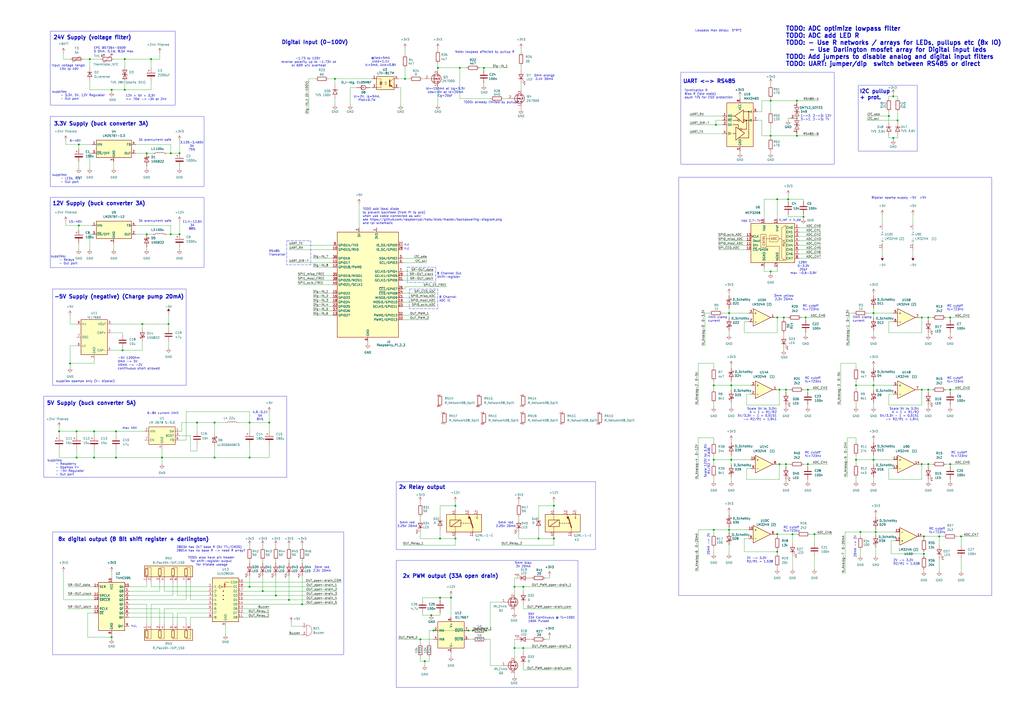
<source format=kicad_sch>
(kicad_sch
	(version 20231120)
	(generator "eeschema")
	(generator_version "8.0")
	(uuid "af4d11a6-73e1-4c39-a25e-5fe7dfa07237")
	(paper "A2")
	
	(junction
		(at 44.45 265.43)
		(diameter 0)
		(color 0 0 0 0)
		(uuid "04e54955-95ed-4070-adbb-7cee1b2c7a8b")
	)
	(junction
		(at 515.62 67.31)
		(diameter 0)
		(color 0 0 0 0)
		(uuid "07823899-5798-4592-8eff-8b1fe5858f30")
	)
	(junction
		(at 250.19 356.87)
		(diameter 0)
		(color 0 0 0 0)
		(uuid "0c7b1ae2-c684-4906-92c2-8dfa0b9613b9")
	)
	(junction
		(at 454.66 184.15)
		(diameter 0)
		(color 0 0 0 0)
		(uuid "0fefb793-9883-40a2-bd83-f35b47e8dbdb")
	)
	(junction
		(at 67.31 250.19)
		(diameter 0)
		(color 0 0 0 0)
		(uuid "105d8991-ac05-4276-b194-5060bc474cf0")
	)
	(junction
		(at 422.91 307.34)
		(diameter 0)
		(color 0 0 0 0)
		(uuid "11161079-c1a9-4ebe-8de9-fa873f6e9640")
	)
	(junction
		(at 152.4 342.9)
		(diameter 0)
		(color 0 0 0 0)
		(uuid "11903fdd-3575-4409-96d6-35550cd46cfd")
	)
	(junction
		(at 40.64 210.82)
		(diameter 0)
		(color 0 0 0 0)
		(uuid "16107448-b037-4021-a9bb-1fb19d6f36c7")
	)
	(junction
		(at 462.28 58.42)
		(diameter 0)
		(color 0 0 0 0)
		(uuid "1827b75e-5515-4844-a399-117e6918fd73")
	)
	(junction
		(at 160.02 345.44)
		(diameter 0)
		(color 0 0 0 0)
		(uuid "1ab2b0ca-ba04-4500-a455-f6bec6b9245f")
	)
	(junction
		(at 518.16 80.01)
		(diameter 0)
		(color 0 0 0 0)
		(uuid "1c476741-4a7f-44e7-a84a-5b0fc50d1df8")
	)
	(junction
		(at 72.39 52.07)
		(diameter 0)
		(color 0 0 0 0)
		(uuid "1ca1e8b3-a925-433d-8b97-4bcdb1b98a40")
	)
	(junction
		(at 455.93 226.06)
		(diameter 0)
		(color 0 0 0 0)
		(uuid "209182a8-b4b9-40cd-b5b2-bd90b860e927")
	)
	(junction
		(at 264.16 293.37)
		(diameter 0)
		(color 0 0 0 0)
		(uuid "213f96fc-26d9-4cf1-83bd-f4336ef00b81")
	)
	(junction
		(at 312.42 312.42)
		(diameter 0)
		(color 0 0 0 0)
		(uuid "236f3f4e-76e9-4351-baf1-7665cdb427aa")
	)
	(junction
		(at 124.46 245.11)
		(diameter 0)
		(color 0 0 0 0)
		(uuid "28045595-b22a-4b06-9953-9f52298bbfc3")
	)
	(junction
		(at 424.18 266.7)
		(diameter 0)
		(color 0 0 0 0)
		(uuid "28934ae1-6d54-433a-8602-d8951919fe72")
	)
	(junction
		(at 298.45 340.36)
		(diameter 0)
		(color 0 0 0 0)
		(uuid "2a544a35-89e9-4403-a76e-deca404b0df4")
	)
	(junction
		(at 447.04 58.42)
		(diameter 0)
		(color 0 0 0 0)
		(uuid "2d47b40e-d23f-458b-8bda-f40f4a63d16c")
	)
	(junction
		(at 414.02 266.7)
		(diameter 0)
		(color 0 0 0 0)
		(uuid "2f3e2706-66a2-4ddc-84d7-d0f87e408bee")
	)
	(junction
		(at 447.04 157.48)
		(diameter 0)
		(color 0 0 0 0)
		(uuid "305b0609-1ce9-4297-b1f0-74fc85171eee")
	)
	(junction
		(at 52.07 34.29)
		(diameter 0)
		(color 0 0 0 0)
		(uuid "323916cf-5786-4346-bdcd-89c81cb32737")
	)
	(junction
		(at 44.45 250.19)
		(diameter 0)
		(color 0 0 0 0)
		(uuid "383ef42e-22d7-43b3-89d3-2af42737728c")
	)
	(junction
		(at 534.67 226.06)
		(diameter 0)
		(color 0 0 0 0)
		(uuid "3ae78f7f-94a6-4485-a6b5-d7ce73e1abef")
	)
	(junction
		(at 64.77 369.57)
		(diameter 0)
		(color 0 0 0 0)
		(uuid "3c754c5e-b249-46c4-9d05-9f550316aca5")
	)
	(junction
		(at 251.46 365.76)
		(diameter 0)
		(color 0 0 0 0)
		(uuid "3cb97957-2818-4161-b970-c7538e259f8a")
	)
	(junction
		(at 414.02 307.34)
		(diameter 0)
		(color 0 0 0 0)
		(uuid "3e62f561-0d72-4e6a-934a-49655edcba7a")
	)
	(junction
		(at 234.95 45.72)
		(diameter 0)
		(color 0 0 0 0)
		(uuid "3f66f8e5-7a42-480c-a82f-f0cfe427845d")
	)
	(junction
		(at 54.61 250.19)
		(diameter 0)
		(color 0 0 0 0)
		(uuid "422bc740-9691-4697-b466-286d91cb40aa")
	)
	(junction
		(at 457.2 115.57)
		(diameter 0)
		(color 0 0 0 0)
		(uuid "42f8f2a2-d4f1-4f85-a7f3-af76fd15f334")
	)
	(junction
		(at 82.55 187.96)
		(diameter 0)
		(color 0 0 0 0)
		(uuid "49b65474-3c4a-461b-8a68-40a6b20540ce")
	)
	(junction
		(at 534.67 184.15)
		(diameter 0)
		(color 0 0 0 0)
		(uuid "4c28afa4-cb18-4457-bfd3-5c53dabd8baa")
	)
	(junction
		(at 535.94 311.15)
		(diameter 0)
		(color 0 0 0 0)
		(uuid "51a2075d-152f-4706-892e-e33346bc5c7c")
	)
	(junction
		(at 468.63 269.24)
		(diameter 0)
		(color 0 0 0 0)
		(uuid "5350fbf4-d95b-437a-9686-20f0bf58d3a4")
	)
	(junction
		(at 520.7 69.85)
		(diameter 0)
		(color 0 0 0 0)
		(uuid "53d66afe-70cb-456e-9b1b-03e37a30427c")
	)
	(junction
		(at 534.67 269.24)
		(diameter 0)
		(color 0 0 0 0)
		(uuid "5453c15f-3da7-498f-b4d4-eefd4a32800e")
	)
	(junction
		(at 67.31 265.43)
		(diameter 0)
		(color 0 0 0 0)
		(uuid "548e2dfb-04f2-4d21-ab49-d803782e4bea")
	)
	(junction
		(at 274.32 365.76)
		(diameter 0)
		(color 0 0 0 0)
		(uuid "55c59674-9297-4294-9a4a-f4e2841decac")
	)
	(junction
		(at 175.26 350.52)
		(diameter 0)
		(color 0 0 0 0)
		(uuid "5728ee18-fcb1-40dc-a17f-8fbad76f4f48")
	)
	(junction
		(at 496.57 223.52)
		(diameter 0)
		(color 0 0 0 0)
		(uuid "57a339c8-b411-45ff-a169-a3416d23d890")
	)
	(junction
		(at 321.31 312.42)
		(diameter 0)
		(color 0 0 0 0)
		(uuid "58641e9a-dfea-4a17-a599-d3f20704b922")
	)
	(junction
		(at 104.14 135.89)
		(diameter 0)
		(color 0 0 0 0)
		(uuid "5b0eb3d4-c4be-4d9b-9e7b-ef02c7a05fa6")
	)
	(junction
		(at 551.18 226.06)
		(diameter 0)
		(color 0 0 0 0)
		(uuid "5fd46808-879e-44b8-af18-96d3e87ab16f")
	)
	(junction
		(at 104.14 88.9)
		(diameter 0)
		(color 0 0 0 0)
		(uuid "6030d6cb-547f-4627-bb7a-29b5d50e2d7c")
	)
	(junction
		(at 518.16 55.88)
		(diameter 0)
		(color 0 0 0 0)
		(uuid "60649139-4bdd-472e-9af5-360b27505cfe")
	)
	(junction
		(at 45.72 83.82)
		(diameter 0)
		(color 0 0 0 0)
		(uuid "61300700-7a6f-4cf0-89e3-de24251aaf76")
	)
	(junction
		(at 499.11 308.61)
		(diameter 0)
		(color 0 0 0 0)
		(uuid "628c5c50-25e2-4f91-8c48-b88818b7ae22")
	)
	(junction
		(at 506.73 223.52)
		(diameter 0)
		(color 0 0 0 0)
		(uuid "681b0c0c-503e-42b4-b413-9d8b61948eb7")
	)
	(junction
		(at 261.62 346.71)
		(diameter 0)
		(color 0 0 0 0)
		(uuid "6f8dae14-e5bb-4ed3-8136-992dd6b276bb")
	)
	(junction
		(at 450.85 115.57)
		(diameter 0)
		(color 0 0 0 0)
		(uuid "71c80c36-cea0-487c-bcb3-ac90e6cf6909")
	)
	(junction
		(at 99.06 135.89)
		(diameter 0)
		(color 0 0 0 0)
		(uuid "72aa6fa5-05f9-4fb4-9b06-f61f0b76719e")
	)
	(junction
		(at 496.57 266.7)
		(diameter 0)
		(color 0 0 0 0)
		(uuid "72cd6455-fb65-4b52-8421-80100f0ddc8f")
	)
	(junction
		(at 156.21 245.11)
		(diameter 0)
		(color 0 0 0 0)
		(uuid "75c001cd-17a9-469a-b125-e6fab77c80b6")
	)
	(junction
		(at 544.83 311.15)
		(diameter 0)
		(color 0 0 0 0)
		(uuid "796fade0-1fea-4210-a510-95995544473c")
	)
	(junction
		(at 466.09 125.73)
		(diameter 0)
		(color 0 0 0 0)
		(uuid "7b6a19d9-d84c-4ace-9ad2-e52657e5669a")
	)
	(junction
		(at 97.79 187.96)
		(diameter 0)
		(color 0 0 0 0)
		(uuid "7e3134f9-4b48-4e64-b337-949ca5145048")
	)
	(junction
		(at 450.85 309.88)
		(diameter 0)
		(color 0 0 0 0)
		(uuid "7eee6ae0-e862-4cf5-a20a-077da3b5824a")
	)
	(junction
		(at 551.18 184.15)
		(diameter 0)
		(color 0 0 0 0)
		(uuid "85be4b5b-1dd3-4429-a51f-714f415e4cb3")
	)
	(junction
		(at 54.61 265.43)
		(diameter 0)
		(color 0 0 0 0)
		(uuid "8858408f-f194-4c4f-bd3d-5f79bdeb0f2d")
	)
	(junction
		(at 144.78 265.43)
		(diameter 0)
		(color 0 0 0 0)
		(uuid "89ab178e-a455-4ee1-9c37-6616d82dbbfd")
	)
	(junction
		(at 99.06 88.9)
		(diameter 0)
		(color 0 0 0 0)
		(uuid "8a14436b-3658-4869-9928-b6970ddfd0dd")
	)
	(junction
		(at 424.18 223.52)
		(diameter 0)
		(color 0 0 0 0)
		(uuid "8c0d1323-aeaa-4fdf-940b-e96e8f624588")
	)
	(junction
		(at 506.73 266.7)
		(diameter 0)
		(color 0 0 0 0)
		(uuid "8c384515-970b-4a9b-9d25-34f7c7cf5a31")
	)
	(junction
		(at 254 39.37)
		(diameter 0)
		(color 0 0 0 0)
		(uuid "8cb90e5a-5018-4ea5-bf60-7c32d85dd391")
	)
	(junction
		(at 271.78 365.76)
		(diameter 0)
		(color 0 0 0 0)
		(uuid "8cfa150d-d03a-42a4-a1fa-7fd3cc4e21b6")
	)
	(junction
		(at 246.38 383.54)
		(diameter 0)
		(color 0 0 0 0)
		(uuid "92e2756b-8cb3-4690-a681-4803594cba07")
	)
	(junction
		(at 167.64 347.98)
		(diameter 0)
		(color 0 0 0 0)
		(uuid "96561ec8-8fb0-4b54-8190-e8ea97ddc94c")
	)
	(junction
		(at 45.72 130.81)
		(diameter 0)
		(color 0 0 0 0)
		(uuid "9ce26f46-c13d-457f-b7ea-3cb9a3964209")
	)
	(junction
		(at 87.63 34.29)
		(diameter 0)
		(color 0 0 0 0)
		(uuid "9e5cf790-7802-46af-ab1e-37a6016aa652")
	)
	(junction
		(at 535.94 321.31)
		(diameter 0)
		(color 0 0 0 0)
		(uuid "9f9cd4a1-53b7-4b90-939d-1f42f0144daf")
	)
	(junction
		(at 255.27 346.71)
		(diameter 0)
		(color 0 0 0 0)
		(uuid "a0c78f0b-7101-4390-9aa6-cd615b54ded7")
	)
	(junction
		(at 144.78 245.11)
		(diameter 0)
		(color 0 0 0 0)
		(uuid "a1035066-f2bd-42c1-b35e-660253af95e6")
	)
	(junction
		(at 34.29 250.19)
		(diameter 0)
		(color 0 0 0 0)
		(uuid "a1588343-c251-454b-b53e-fff8eaaaa3ac")
	)
	(junction
		(at 459.74 309.88)
		(diameter 0)
		(color 0 0 0 0)
		(uuid "a254ea07-fe02-44b4-a091-0f3f88d2f0b4")
	)
	(junction
		(at 415.29 72.39)
		(diameter 0)
		(color 0 0 0 0)
		(uuid "a3b0547d-f7ce-442b-817a-271db96a0661")
	)
	(junction
		(at 455.93 269.24)
		(diameter 0)
		(color 0 0 0 0)
		(uuid "a647ae42-673a-4b30-ba91-f5c0de2d1fb1")
	)
	(junction
		(at 414.02 223.52)
		(diameter 0)
		(color 0 0 0 0)
		(uuid "a8916f2a-3760-4408-a711-e8008e50a42d")
	)
	(junction
		(at 551.18 269.24)
		(diameter 0)
		(color 0 0 0 0)
		(uuid "a8b20a5e-2fbe-4704-8e22-2faf27846df8")
	)
	(junction
		(at 468.63 226.06)
		(diameter 0)
		(color 0 0 0 0)
		(uuid "aad29792-d123-4844-9da8-1df2be24a9d5")
	)
	(junction
		(at 508 308.61)
		(diameter 0)
		(color 0 0 0 0)
		(uuid "ab657e53-e46e-4daf-86ec-72046f57a401")
	)
	(junction
		(at 255.27 312.42)
		(diameter 0)
		(color 0 0 0 0)
		(uuid "ac1970be-fc9a-493a-b832-4f526b5d8a6f")
	)
	(junction
		(at 64.77 52.07)
		(diameter 0)
		(color 0 0 0 0)
		(uuid "aec62089-2d46-4a73-8fe2-9440797f680d")
	)
	(junction
		(at 124.46 265.43)
		(diameter 0)
		(color 0 0 0 0)
		(uuid "b129a554-6918-436f-b908-937c28939470")
	)
	(junction
		(at 85.09 135.89)
		(diameter 0)
		(color 0 0 0 0)
		(uuid "b75be159-2e10-4f46-b206-2354b78b9157")
	)
	(junction
		(at 450.85 320.04)
		(diameter 0)
		(color 0 0 0 0)
		(uuid "bc0e8895-a168-4b32-a3ae-032222041331")
	)
	(junction
		(at 85.09 88.9)
		(diameter 0)
		(color 0 0 0 0)
		(uuid "bcb07714-ac5e-4281-b3c3-552386782e56")
	)
	(junction
		(at 321.31 293.37)
		(diameter 0)
		(color 0 0 0 0)
		(uuid "c25e2208-2d4a-4a5d-b1b6-520bc7405c20")
	)
	(junction
		(at 298.45 375.92)
		(diameter 0)
		(color 0 0 0 0)
		(uuid "c583ebaa-dbb1-42bf-9503-cd46d9d9c934")
	)
	(junction
		(at 422.91 181.61)
		(diameter 0)
		(color 0 0 0 0)
		(uuid "c5e0eb5b-7c3b-45d6-94c4-c8f1aeb4edda")
	)
	(junction
		(at 557.53 311.15)
		(diameter 0)
		(color 0 0 0 0)
		(uuid "c6fd9455-a40f-495c-b522-dad68ccccb40")
	)
	(junction
		(at 266.7 39.37)
		(diameter 0)
		(color 0 0 0 0)
		(uuid "c7dde48e-85d4-4f37-a2ab-86b0bbbdacc6")
	)
	(junction
		(at 467.36 184.15)
		(diameter 0)
		(color 0 0 0 0)
		(uuid "c9a1a788-271b-4313-91ac-1eb41a1be2d1")
	)
	(junction
		(at 538.48 269.24)
		(diameter 0)
		(color 0 0 0 0)
		(uuid "cce9ddbf-6d0b-4bc9-aa3e-08b573ecddaa")
	)
	(junction
		(at 538.48 226.06)
		(diameter 0)
		(color 0 0 0 0)
		(uuid "cef5d492-924d-4b16-915e-16292a4ec979")
	)
	(junction
		(at 281.94 365.76)
		(diameter 0)
		(color 0 0 0 0)
		(uuid "cfa0505a-ad36-4964-9b26-4d7d0167d5d6")
	)
	(junction
		(at 538.48 184.15)
		(diameter 0)
		(color 0 0 0 0)
		(uuid "d5958f52-db39-4d96-9f5c-46cc0e0a9c13")
	)
	(junction
		(at 462.28 78.74)
		(diameter 0)
		(color 0 0 0 0)
		(uuid "d5f0980c-b894-41c8-ad9a-99d84da95533")
	)
	(junction
		(at 303.53 375.92)
		(diameter 0)
		(color 0 0 0 0)
		(uuid "d7f6abff-a394-48b0-8295-d13e407a04cb")
	)
	(junction
		(at 72.39 34.29)
		(diameter 0)
		(color 0 0 0 0)
		(uuid "d8f092e7-91d1-49cd-8b38-bfbac74525e6")
	)
	(junction
		(at 194.31 45.72)
		(diameter 0)
		(color 0 0 0 0)
		(uuid "dbe02959-11e7-4cf1-ad45-9fe30dcdf8bb")
	)
	(junction
		(at 472.44 309.88)
		(diameter 0)
		(color 0 0 0 0)
		(uuid "dd672ca4-9aed-4510-a18a-eaf4c4b1b5b2")
	)
	(junction
		(at 506.73 181.61)
		(diameter 0)
		(color 0 0 0 0)
		(uuid "dd99b0be-8d82-412c-a9e5-745f68c0f208")
	)
	(junction
		(at 452.12 226.06)
		(diameter 0)
		(color 0 0 0 0)
		(uuid "e06e2f01-d838-48f6-8efa-7e05b926ca29")
	)
	(junction
		(at 264.16 312.42)
		(diameter 0)
		(color 0 0 0 0)
		(uuid "e0fcc60c-adef-4503-b67d-31eec596d694")
	)
	(junction
		(at 144.78 340.36)
		(diameter 0)
		(color 0 0 0 0)
		(uuid "e5bd5461-5bb2-4b08-87c8-6e463ef8db0a")
	)
	(junction
		(at 114.3 245.11)
		(diameter 0)
		(color 0 0 0 0)
		(uuid "e70a65f8-f7a2-47ed-978c-48ab0ab55eb7")
	)
	(junction
		(at 303.53 340.36)
		(diameter 0)
		(color 0 0 0 0)
		(uuid "e8615103-e90c-4f75-b440-b8fad443ff1e")
	)
	(junction
		(at 71.12 203.2)
		(diameter 0)
		(color 0 0 0 0)
		(uuid "eac55c9c-6217-4313-8428-a310d44dd53f")
	)
	(junction
		(at 243.84 370.84)
		(diameter 0)
		(color 0 0 0 0)
		(uuid "eb44adf6-a090-4e7e-a983-13834ed73b64")
	)
	(junction
		(at 447.04 78.74)
		(diameter 0)
		(color 0 0 0 0)
		(uuid "ed02a82a-9a4c-446b-b18a-c2e77fed11fa")
	)
	(junction
		(at 452.12 269.24)
		(diameter 0)
		(color 0 0 0 0)
		(uuid "ef6c709f-f6a8-4332-b336-2fc745163133")
	)
	(junction
		(at 280.67 39.37)
		(diameter 0)
		(color 0 0 0 0)
		(uuid "f07a3669-e0a6-443d-bf09-5896238c8cb2")
	)
	(junction
		(at 93.98 265.43)
		(diameter 0)
		(color 0 0 0 0)
		(uuid "f74be3ca-6702-47ef-b237-4f888ce46f38")
	)
	(junction
		(at 450.85 184.15)
		(diameter 0)
		(color 0 0 0 0)
		(uuid "fbce1fdb-db5b-4f19-bbb5-0a9c27bcbc89")
	)
	(wire
		(pts
			(xy 466.09 124.46) (xy 466.09 125.73)
		)
		(stroke
			(width 0)
			(type default)
		)
		(uuid "0054231e-6c1c-4b62-a261-da803b448710")
	)
	(wire
		(pts
			(xy 167.64 334.01) (xy 167.64 347.98)
		)
		(stroke
			(width 0)
			(type default)
		)
		(uuid "008afce7-2f89-4bee-bec1-74412a14f6ad")
	)
	(wire
		(pts
			(xy 414.02 317.5) (xy 414.02 321.31)
		)
		(stroke
			(width 0)
			(type default)
		)
		(uuid "00ef2f56-37bd-4ed0-aeb9-aa019bd24e2f")
	)
	(wire
		(pts
			(xy 266.7 39.37) (xy 270.51 39.37)
		)
		(stroke
			(width 0)
			(type default)
		)
		(uuid "0137157f-cef0-4455-a3e8-2e6588a98c61")
	)
	(wire
		(pts
			(xy 74.93 353.06) (xy 92.71 353.06)
		)
		(stroke
			(width 0)
			(type default)
		)
		(uuid "016d3741-1855-405b-9335-334df7255092")
	)
	(wire
		(pts
			(xy 468.63 226.06) (xy 468.63 227.33)
		)
		(stroke
			(width 0)
			(type default)
		)
		(uuid "01a5f7f5-381b-4726-8886-b420b25ccedd")
	)
	(wire
		(pts
			(xy 140.97 353.06) (xy 156.21 353.06)
		)
		(stroke
			(width 0)
			(type default)
		)
		(uuid "01f70877-5d35-4473-8154-b32633fb4439")
	)
	(wire
		(pts
			(xy 64.77 368.3) (xy 64.77 369.57)
		)
		(stroke
			(width 0)
			(type default)
		)
		(uuid "02caf3da-4dfe-464a-bed0-55c975aa32ca")
	)
	(wire
		(pts
			(xy 181.61 170.18) (xy 193.04 170.18)
		)
		(stroke
			(width 0)
			(type default)
		)
		(uuid "02f927d2-46f0-4067-bb2c-7b5ed625f8eb")
	)
	(wire
		(pts
			(xy 160.02 334.01) (xy 160.02 345.44)
		)
		(stroke
			(width 0)
			(type default)
		)
		(uuid "041815f2-6a56-4b6a-bb9d-9c928a900a5c")
	)
	(wire
		(pts
			(xy 452.12 226.06) (xy 455.93 226.06)
		)
		(stroke
			(width 0)
			(type default)
		)
		(uuid "04304b2e-0c68-4a14-bbe0-0e23cac30e94")
	)
	(wire
		(pts
			(xy 515.62 57.15) (xy 515.62 55.88)
		)
		(stroke
			(width 0)
			(type default)
		)
		(uuid "0445f1c5-cbd7-41f2-81d5-6122602375c6")
	)
	(wire
		(pts
			(xy 124.46 259.08) (xy 124.46 265.43)
		)
		(stroke
			(width 0)
			(type default)
		)
		(uuid "056eeaf6-cef0-4a15-9aa0-a138145aa6e3")
	)
	(wire
		(pts
			(xy 443.23 127) (xy 443.23 115.57)
		)
		(stroke
			(width 0)
			(type default)
		)
		(uuid "05c7cccb-cca5-4623-97c8-040d9b4df307")
	)
	(wire
		(pts
			(xy 45.72 83.82) (xy 53.34 83.82)
		)
		(stroke
			(width 0)
			(type default)
		)
		(uuid "062e080a-8aeb-47cc-970e-09456cd360cd")
	)
	(wire
		(pts
			(xy 463.55 132.08) (xy 476.25 132.08)
		)
		(stroke
			(width 0)
			(type default)
		)
		(uuid "068083fa-fce7-43b5-8463-4f98840e7a26")
	)
	(wire
		(pts
			(xy 100.33 345.44) (xy 100.33 337.82)
		)
		(stroke
			(width 0)
			(type default)
		)
		(uuid "0682b7ac-d716-40a5-af74-9d38bd3e4468")
	)
	(wire
		(pts
			(xy 233.68 157.48) (xy 251.46 157.48)
		)
		(stroke
			(width 0)
			(type default)
		)
		(uuid "06d6f191-9971-474b-b097-e0a1a133101e")
	)
	(wire
		(pts
			(xy 82.55 198.12) (xy 82.55 203.2)
		)
		(stroke
			(width 0)
			(type default)
		)
		(uuid "07802d6c-0405-4611-8498-2921642973c9")
	)
	(wire
		(pts
			(xy 455.93 269.24) (xy 458.47 269.24)
		)
		(stroke
			(width 0)
			(type default)
		)
		(uuid "08d4afc6-7a52-4c48-90ea-de03339f3fec")
	)
	(wire
		(pts
			(xy 433.07 271.78) (xy 433.07 278.13)
		)
		(stroke
			(width 0)
			(type default)
		)
		(uuid "08da2754-5954-4cc6-88b7-c43418808a5f")
	)
	(wire
		(pts
			(xy 71.12 203.2) (xy 64.77 203.2)
		)
		(stroke
			(width 0)
			(type default)
		)
		(uuid "09231105-ced3-4313-bf61-0ff5f84aa1d1")
	)
	(wire
		(pts
			(xy 463.55 134.62) (xy 476.25 134.62)
		)
		(stroke
			(width 0)
			(type default)
		)
		(uuid "0932f8bf-1781-41f0-8075-3b7e84ddb5c7")
	)
	(wire
		(pts
			(xy 52.07 97.79) (xy 52.07 88.9)
		)
		(stroke
			(width 0)
			(type default)
		)
		(uuid "096d85b4-5d51-44af-82ba-979fa750f17a")
	)
	(wire
		(pts
			(xy 496.57 264.16) (xy 496.57 266.7)
		)
		(stroke
			(width 0)
			(type default)
		)
		(uuid "09d9a41a-af3c-4a91-ad4d-2c3b79cf9ec7")
	)
	(wire
		(pts
			(xy 64.77 331.47) (xy 64.77 335.28)
		)
		(stroke
			(width 0)
			(type default)
		)
		(uuid "0a051774-4cbb-4b66-bf37-8910fac947bb")
	)
	(wire
		(pts
			(xy 538.48 226.06) (xy 538.48 227.33)
		)
		(stroke
			(width 0)
			(type default)
		)
		(uuid "0a19eb4a-b45c-478b-9d63-c374df4a79a0")
	)
	(wire
		(pts
			(xy 82.55 187.96) (xy 97.79 187.96)
		)
		(stroke
			(width 0)
			(type default)
		)
		(uuid "0a9bbdf8-1908-4d8c-8217-07db364293b0")
	)
	(wire
		(pts
			(xy 74.93 358.14) (xy 107.95 358.14)
		)
		(stroke
			(width 0)
			(type default)
		)
		(uuid "0aa33d96-2e44-4442-b63d-f8ede3d506ac")
	)
	(wire
		(pts
			(xy 414.02 254) (xy 414.02 256.54)
		)
		(stroke
			(width 0)
			(type default)
		)
		(uuid "0b798a4e-ae38-46ca-9967-253a2656e0f1")
	)
	(wire
		(pts
			(xy 243.84 383.54) (xy 243.84 381)
		)
		(stroke
			(width 0)
			(type default)
		)
		(uuid "0d4caf2b-b531-43d8-b043-c31f77a38adf")
	)
	(wire
		(pts
			(xy 95.25 342.9) (xy 120.65 342.9)
		)
		(stroke
			(width 0)
			(type default)
		)
		(uuid "0e92e4be-38e2-45e5-939b-f91def45932d")
	)
	(wire
		(pts
			(xy 496.57 223.52) (xy 496.57 226.06)
		)
		(stroke
			(width 0)
			(type default)
		)
		(uuid "0f4644b6-fa54-41ce-a769-bba1ac182829")
	)
	(wire
		(pts
			(xy 429.26 55.88) (xy 429.26 57.15)
		)
		(stroke
			(width 0)
			(type default)
		)
		(uuid "0fdad08b-4b60-4f92-976c-2a5e922013e0")
	)
	(wire
		(pts
			(xy 459.74 322.58) (xy 459.74 330.2)
		)
		(stroke
			(width 0)
			(type default)
		)
		(uuid "100d3b99-de7b-44c2-b3ea-79a36ae0cc62")
	)
	(wire
		(pts
			(xy 144.78 245.11) (xy 144.78 250.19)
		)
		(stroke
			(width 0)
			(type default)
		)
		(uuid "10545d38-a86d-4f4b-9d61-a90e5b83a28b")
	)
	(wire
		(pts
			(xy 491.49 254) (xy 496.57 254)
		)
		(stroke
			(width 0)
			(type default)
		)
		(uuid "10a6a44e-d783-4ce2-86b8-20bd8032d780")
	)
	(wire
		(pts
			(xy 181.61 177.8) (xy 193.04 177.8)
		)
		(stroke
			(width 0)
			(type default)
		)
		(uuid "10a757e5-89b9-4989-b591-35fa1e44e30a")
	)
	(wire
		(pts
			(xy 534.67 234.95) (xy 534.67 226.06)
		)
		(stroke
			(width 0)
			(type default)
		)
		(uuid "1103b789-e8a0-437b-b861-57f3bb0fe1fd")
	)
	(wire
		(pts
			(xy 144.78 245.11) (xy 156.21 245.11)
		)
		(stroke
			(width 0)
			(type default)
		)
		(uuid "11050421-263c-408e-9ff9-8d4704e38685")
	)
	(wire
		(pts
			(xy 506.73 191.77) (xy 506.73 194.31)
		)
		(stroke
			(width 0)
			(type default)
		)
		(uuid "110938bc-7e57-48c8-9cf6-d617786f4017")
	)
	(wire
		(pts
			(xy 233.68 160.02) (xy 251.46 160.02)
		)
		(stroke
			(width 0)
			(type default)
		)
		(uuid "119c66a0-9194-4112-8a35-c7ab420db9e3")
	)
	(wire
		(pts
			(xy 303.53 375.92) (xy 303.53 378.46)
		)
		(stroke
			(width 0)
			(type default)
		)
		(uuid "11c359c3-26fe-4117-8dcc-0f087608c0a4")
	)
	(wire
		(pts
			(xy 515.62 80.01) (xy 518.16 80.01)
		)
		(stroke
			(width 0)
			(type default)
		)
		(uuid "120cdc1a-687e-4eba-afd7-f1b2efe76e94")
	)
	(wire
		(pts
			(xy 405.13 210.82) (xy 414.02 210.82)
		)
		(stroke
			(width 0)
			(type default)
		)
		(uuid "1257bc49-635e-40d2-adbc-efdb0b93d729")
	)
	(wire
		(pts
			(xy 104.14 143.51) (xy 104.14 144.78)
		)
		(stroke
			(width 0)
			(type default)
		)
		(uuid "125a7d11-0e70-4fc2-ad30-a60c78e9f5a4")
	)
	(wire
		(pts
			(xy 39.37 340.36) (xy 54.61 340.36)
		)
		(stroke
			(width 0)
			(type default)
		)
		(uuid "12a983d3-1186-4ca8-a60c-5c45001d78ec")
	)
	(wire
		(pts
			(xy 415.29 69.85) (xy 419.1 69.85)
		)
		(stroke
			(width 0)
			(type default)
		)
		(uuid "12d77e0a-5dcd-4dd0-8d7e-2bd92b3f4f23")
	)
	(wire
		(pts
			(xy 520.7 80.01) (xy 520.7 78.74)
		)
		(stroke
			(width 0)
			(type default)
		)
		(uuid "135d3430-334d-4aef-a7e9-ae49e108ebcb")
	)
	(wire
		(pts
			(xy 156.21 257.81) (xy 156.21 265.43)
		)
		(stroke
			(width 0)
			(type default)
		)
		(uuid "137c88a4-e84c-4de9-8e08-42b4620e394d")
	)
	(wire
		(pts
			(xy 52.07 34.29) (xy 52.07 39.37)
		)
		(stroke
			(width 0)
			(type default)
		)
		(uuid "147be2c8-821e-4c84-a2e1-06b7f4973251")
	)
	(wire
		(pts
			(xy 457.2 125.73) (xy 466.09 125.73)
		)
		(stroke
			(width 0)
			(type default)
		)
		(uuid "14e2a1f5-5ec8-44d4-8c05-ee4cab2bd0fb")
	)
	(wire
		(pts
			(xy 538.48 184.15) (xy 541.02 184.15)
		)
		(stroke
			(width 0)
			(type default)
		)
		(uuid "15621219-290f-410b-a757-cdd9d2345727")
	)
	(wire
		(pts
			(xy 450.85 309.88) (xy 450.85 311.15)
		)
		(stroke
			(width 0)
			(type default)
		)
		(uuid "1650821f-6f72-4ef4-81aa-36ef4033d5a7")
	)
	(wire
		(pts
			(xy 248.92 383.54) (xy 246.38 383.54)
		)
		(stroke
			(width 0)
			(type default)
		)
		(uuid "16e6debd-df2d-46dc-b045-aad5d3f4c4a4")
	)
	(wire
		(pts
			(xy 167.64 316.23) (xy 167.64 317.5)
		)
		(stroke
			(width 0)
			(type default)
		)
		(uuid "17126ad0-a1ca-48f1-8760-53792368c4a8")
	)
	(wire
		(pts
			(xy 102.87 337.82) (xy 102.87 345.44)
		)
		(stroke
			(width 0)
			(type default)
		)
		(uuid "17133fa4-9e22-455f-99d1-e5ad0e844480")
	)
	(wire
		(pts
			(xy 102.87 345.44) (xy 120.65 345.44)
		)
		(stroke
			(width 0)
			(type default)
		)
		(uuid "17b72f9a-c181-4330-a138-b94bb453fd18")
	)
	(wire
		(pts
			(xy 450.85 193.04) (xy 450.85 184.15)
		)
		(stroke
			(width 0)
			(type default)
		)
		(uuid "17bbe78c-8ffb-4b23-9f87-29b2d98865bc")
	)
	(wire
		(pts
			(xy 181.61 154.94) (xy 193.04 154.94)
		)
		(stroke
			(width 0)
			(type default)
		)
		(uuid "18bd5913-41be-4769-8641-d6823b668dd5")
	)
	(wire
		(pts
			(xy 245.11 347.98) (xy 245.11 346.71)
		)
		(stroke
			(width 0)
			(type default)
		)
		(uuid "18dc0aef-b3db-4808-8839-8af1912155b4")
	)
	(wire
		(pts
			(xy 280.67 48.26) (xy 280.67 49.53)
		)
		(stroke
			(width 0)
			(type default)
		)
		(uuid "18f9bc5a-34ff-457d-bae9-2674040e04d3")
	)
	(wire
		(pts
			(xy 243.84 308.61) (xy 243.84 312.42)
		)
		(stroke
			(width 0)
			(type default)
		)
		(uuid "1a9b8154-dfe5-48da-9674-520ef25d19f9")
	)
	(wire
		(pts
			(xy 435.61 228.6) (xy 433.07 228.6)
		)
		(stroke
			(width 0)
			(type default)
		)
		(uuid "1a9d8fbd-579f-424a-9e77-5087a207aaee")
	)
	(wire
		(pts
			(xy 450.85 226.06) (xy 452.12 226.06)
		)
		(stroke
			(width 0)
			(type default)
		)
		(uuid "1aa8f332-c29d-4eb2-9746-0ba21528bbb1")
	)
	(wire
		(pts
			(xy 424.18 266.7) (xy 424.18 269.24)
		)
		(stroke
			(width 0)
			(type default)
		)
		(uuid "1ab50263-9f5c-45b0-a434-9b22b0ecc0b3")
	)
	(wire
		(pts
			(xy 472.44 309.88) (xy 482.6 309.88)
		)
		(stroke
			(width 0)
			(type default)
		)
		(uuid "1b61ec39-a1f0-4ae9-998a-52f9c8a37aff")
	)
	(wire
		(pts
			(xy 85.09 88.9) (xy 88.9 88.9)
		)
		(stroke
			(width 0)
			(type default)
		)
		(uuid "1bc6767a-124e-4752-8da3-4dc2026b8aff")
	)
	(wire
		(pts
			(xy 167.64 325.12) (xy 167.64 326.39)
		)
		(stroke
			(width 0)
			(type default)
		)
		(uuid "1c1058ab-44fa-4aec-96f9-9980669af0e0")
	)
	(wire
		(pts
			(xy 175.26 350.52) (xy 195.58 350.52)
		)
		(stroke
			(width 0)
			(type default)
		)
		(uuid "1c8869c3-e3cb-45c8-aafa-8fae3a4606d4")
	)
	(wire
		(pts
			(xy 414.02 276.86) (xy 414.02 279.4)
		)
		(stroke
			(width 0)
			(type default)
		)
		(uuid "1cd423c6-1734-4ded-95b9-a2f47a1cdd8c")
	)
	(wire
		(pts
			(xy 506.73 223.52) (xy 518.16 223.52)
		)
		(stroke
			(width 0)
			(type default)
		)
		(uuid "1cf853d4-e902-45a8-88bd-a25890ed60dc")
	)
	(wire
		(pts
			(xy 243.84 312.42) (xy 255.27 312.42)
		)
		(stroke
			(width 0)
			(type default)
		)
		(uuid "1d3d64b3-6f1d-4f1a-ae88-95cfc9beaf80")
	)
	(wire
		(pts
			(xy 152.4 334.01) (xy 152.4 342.9)
		)
		(stroke
			(width 0)
			(type default)
		)
		(uuid "1d84ddc9-03e2-4cd3-891d-0bb88a36b9c5")
	)
	(wire
		(pts
			(xy 312.42 312.42) (xy 321.31 312.42)
		)
		(stroke
			(width 0)
			(type default)
		)
		(uuid "1d938c29-453c-4c11-a7b3-24d1eceeb21c")
	)
	(wire
		(pts
			(xy 67.31 265.43) (xy 93.98 265.43)
		)
		(stroke
			(width 0)
			(type default)
		)
		(uuid "1dfeaed5-ce45-412c-9536-200b58c4cd88")
	)
	(wire
		(pts
			(xy 518.16 271.78) (xy 515.62 271.78)
		)
		(stroke
			(width 0)
			(type default)
		)
		(uuid "1e53379a-7223-42df-9e45-4a73eb6eeb8b")
	)
	(wire
		(pts
			(xy 499.11 308.61) (xy 508 308.61)
		)
		(stroke
			(width 0)
			(type default)
		)
		(uuid "1ebdddab-d2ac-41ea-b64c-a4c201460153")
	)
	(wire
		(pts
			(xy 422.91 181.61) (xy 422.91 184.15)
		)
		(stroke
			(width 0)
			(type default)
		)
		(uuid "1edbd3b2-ced2-4a68-b2c2-0b5c3021176a")
	)
	(wire
		(pts
			(xy 138.43 245.11) (xy 144.78 245.11)
		)
		(stroke
			(width 0)
			(type default)
		)
		(uuid "1f119b6d-bc5c-43a6-876e-2006a604c4da")
	)
	(wire
		(pts
			(xy 419.1 72.39) (xy 415.29 72.39)
		)
		(stroke
			(width 0)
			(type default)
		)
		(uuid "1f2e0a71-74c6-4f5b-8f6e-0928e52c3053")
	)
	(wire
		(pts
			(xy 39.37 353.06) (xy 54.61 353.06)
		)
		(stroke
			(width 0)
			(type default)
		)
		(uuid "20fb024a-f73d-48d4-b683-4d3f4306bcb3")
	)
	(wire
		(pts
			(xy 518.16 80.01) (xy 518.16 81.28)
		)
		(stroke
			(width 0)
			(type default)
		)
		(uuid "2223e017-a774-40d9-bc46-f97370239c67")
	)
	(wire
		(pts
			(xy 167.64 347.98) (xy 195.58 347.98)
		)
		(stroke
			(width 0)
			(type default)
		)
		(uuid "2288ec77-4160-45f0-bd0d-7025d7659007")
	)
	(wire
		(pts
			(xy 246.38 383.54) (xy 243.84 383.54)
		)
		(stroke
			(width 0)
			(type default)
		)
		(uuid "22ae0c0c-76da-4efa-84e4-cb200f07f0df")
	)
	(wire
		(pts
			(xy 449.58 184.15) (xy 450.85 184.15)
		)
		(stroke
			(width 0)
			(type default)
		)
		(uuid "22ff23b7-227d-447e-bfda-59d80156c622")
	)
	(wire
		(pts
			(xy 538.48 269.24) (xy 538.48 270.51)
		)
		(stroke
			(width 0)
			(type default)
		)
		(uuid "238ebe23-6747-4e44-b63e-da687a62d863")
	)
	(wire
		(pts
			(xy 64.77 52.07) (xy 64.77 53.34)
		)
		(stroke
			(width 0)
			(type default)
		)
		(uuid "2392f8de-64ca-4ad2-9c50-6ad45435e202")
	)
	(wire
		(pts
			(xy 190.5 45.72) (xy 194.31 45.72)
		)
		(stroke
			(width 0)
			(type default)
		)
		(uuid "23dfcef5-54e1-43c9-8345-47d8258009e8")
	)
	(wire
		(pts
			(xy 424.18 220.98) (xy 424.18 223.52)
		)
		(stroke
			(width 0)
			(type default)
		)
		(uuid "240058a4-a99f-4d62-9b74-3340fba31315")
	)
	(wire
		(pts
			(xy 38.1 128.27) (xy 38.1 130.81)
		)
		(stroke
			(width 0)
			(type default)
		)
		(uuid "24166ed3-6929-44e1-9f43-dca2d382cd8b")
	)
	(wire
		(pts
			(xy 87.63 337.82) (xy 87.63 340.36)
		)
		(stroke
			(width 0)
			(type default)
		)
		(uuid "2457ca4d-ccfc-4f47-9fb6-1a3dd556b932")
	)
	(wire
		(pts
			(xy 534.67 311.15) (xy 535.94 311.15)
		)
		(stroke
			(width 0)
			(type default)
		)
		(uuid "247e635b-6054-4992-9b2a-c3136448ced3")
	)
	(wire
		(pts
			(xy 463.55 139.7) (xy 476.25 139.7)
		)
		(stroke
			(width 0)
			(type default)
		)
		(uuid "24b8cd11-ef80-4755-84b3-4ab2650e79e8")
	)
	(wire
		(pts
			(xy 82.55 187.96) (xy 82.55 190.5)
		)
		(stroke
			(width 0)
			(type default)
		)
		(uuid "24fc4db9-e669-4108-8575-ad552b1f7095")
	)
	(wire
		(pts
			(xy 97.79 181.61) (xy 97.79 187.96)
		)
		(stroke
			(width 0)
			(type default)
		)
		(uuid "250cae5f-018d-46f3-8b3a-08c428d30aad")
	)
	(wire
		(pts
			(xy 408.94 181.61) (xy 411.48 181.61)
		)
		(stroke
			(width 0)
			(type default)
		)
		(uuid "254268d1-5d46-45d7-a31c-0a0243f94365")
	)
	(wire
		(pts
			(xy 280.67 39.37) (xy 294.64 39.37)
		)
		(stroke
			(width 0)
			(type default)
		)
		(uuid "26309b7f-d337-4125-a8b8-729a54cfa688")
	)
	(wire
		(pts
			(xy 254 39.37) (xy 266.7 39.37)
		)
		(stroke
			(width 0)
			(type default)
		)
		(uuid "26f4b176-d345-471c-a589-d2b34ad320d9")
	)
	(wire
		(pts
			(xy 551.18 269.24) (xy 562.61 269.24)
		)
		(stroke
			(width 0)
			(type default)
		)
		(uuid "2710c34f-8200-4ad0-9168-3834a857ee98")
	)
	(wire
		(pts
			(xy 298.45 375.92) (xy 298.45 381)
		)
		(stroke
			(width 0)
			(type default)
		)
		(uuid "28a7e3ae-ec0f-4c85-8d6e-255f33033320")
	)
	(wire
		(pts
			(xy 321.31 312.42) (xy 321.31 316.23)
		)
		(stroke
			(width 0)
			(type default)
		)
		(uuid "28c66b86-4c26-48b2-bae4-c33e153ea612")
	)
	(wire
		(pts
			(xy 181.61 172.72) (xy 193.04 172.72)
		)
		(stroke
			(width 0)
			(type default)
		)
		(uuid "290648d6-e0c2-4a02-8151-8e6a5ea8000b")
	)
	(wire
		(pts
			(xy 85.09 135.89) (xy 78.74 135.89)
		)
		(stroke
			(width 0)
			(type default)
		)
		(uuid "2914a31e-5344-4d8c-8336-baf7ef768326")
	)
	(wire
		(pts
			(xy 496.57 276.86) (xy 496.57 279.4)
		)
		(stroke
			(width 0)
			(type default)
		)
		(uuid "29a84df5-a401-472c-b970-3e9ceb118392")
	)
	(wire
		(pts
			(xy 300.99 299.72) (xy 300.99 300.99)
		)
		(stroke
			(width 0)
			(type default)
		)
		(uuid "29af0d2b-5554-4235-b59d-cce0f2888bae")
	)
	(wire
		(pts
			(xy 447.04 157.48) (xy 450.85 157.48)
		)
		(stroke
			(width 0)
			(type default)
		)
		(uuid "2b9ccaa2-a7a6-40a8-9a8d-c15a845f981b")
	)
	(wire
		(pts
			(xy 502.92 67.31) (xy 515.62 67.31)
		)
		(stroke
			(width 0)
			(type default)
		)
		(uuid "2c0042ab-151e-4655-b1f0-c935d19e9c45")
	)
	(wire
		(pts
			(xy 506.73 233.68) (xy 506.73 236.22)
		)
		(stroke
			(width 0)
			(type default)
		)
		(uuid "2c1464b3-376b-48fd-9a9c-b7fb4f3e2e89")
	)
	(wire
		(pts
			(xy 254 27.94) (xy 254 29.21)
		)
		(stroke
			(width 0)
			(type default)
		)
		(uuid "2c426e30-8b88-4a18-bb4a-23f88606845a")
	)
	(wire
		(pts
			(xy 110.49 361.95) (xy 110.49 358.14)
		)
		(stroke
			(width 0)
			(type default)
		)
		(uuid "2c615464-26b9-43e5-bdf4-3fc2f6448f5c")
	)
	(wire
		(pts
			(xy 234.95 45.72) (xy 237.49 45.72)
		)
		(stroke
			(width 0)
			(type default)
		)
		(uuid "2c754bca-9c82-483c-9ff8-e9f74de0ee01")
	)
	(wire
		(pts
			(xy 321.31 293.37) (xy 321.31 295.91)
		)
		(stroke
			(width 0)
			(type default)
		)
		(uuid "2cb2e63a-5478-435a-afe4-47b642166711")
	)
	(wire
		(pts
			(xy 140.97 347.98) (xy 167.64 347.98)
		)
		(stroke
			(width 0)
			(type default)
		)
		(uuid "2d1f3135-5bd8-4bb0-8f82-b5beb15ddc91")
	)
	(wire
		(pts
			(xy 441.96 64.77) (xy 441.96 58.42)
		)
		(stroke
			(width 0)
			(type default)
		)
		(uuid "2d3c874d-de1e-4bbf-80b6-5e6ffa06625a")
	)
	(wire
		(pts
			(xy 511.81 124.46) (xy 511.81 129.54)
		)
		(stroke
			(width 0)
			(type default)
		)
		(uuid "2d458802-502c-4ecf-9caf-a43a110ce546")
	)
	(wire
		(pts
			(xy 491.49 276.86) (xy 491.49 254)
		)
		(stroke
			(width 0)
			(type default)
		)
		(uuid "2d56b79e-7b91-4b8e-8329-96f2260d2f2a")
	)
	(wire
		(pts
			(xy 459.74 309.88) (xy 459.74 314.96)
		)
		(stroke
			(width 0)
			(type default)
		)
		(uuid "2d58740f-20ac-47c8-a6a7-385a25e5466d")
	)
	(wire
		(pts
			(xy 213.36 198.12) (xy 213.36 199.39)
		)
		(stroke
			(width 0)
			(type default)
		)
		(uuid "2da67416-80ed-41f3-b8a4-d331451071aa")
	)
	(wire
		(pts
			(xy 308.61 370.84) (xy 307.34 370.84)
		)
		(stroke
			(width 0)
			(type default)
		)
		(uuid "2de5eac3-394b-46e1-a66b-008e87ec7553")
	)
	(wire
		(pts
			(xy 234.95 166.37) (xy 234.95 167.64)
		)
		(stroke
			(width 0)
			(type default)
		)
		(uuid "2de6cee3-ba04-44f6-b491-492d4c257dd1")
	)
	(wire
		(pts
			(xy 515.62 234.95) (xy 534.67 234.95)
		)
		(stroke
			(width 0)
			(type default)
		)
		(uuid "2e913d89-0bf3-42a5-a34a-265d2fc19a50")
	)
	(wire
		(pts
			(xy 439.42 64.77) (xy 441.96 64.77)
		)
		(stroke
			(width 0)
			(type default)
		)
		(uuid "2eef7b19-8402-4e3b-9010-5ba861eda6cd")
	)
	(wire
		(pts
			(xy 422.91 170.18) (xy 422.91 171.45)
		)
		(stroke
			(width 0)
			(type default)
		)
		(uuid "2f42d63b-a6ba-478e-8610-e9fcf4a49b6c")
	)
	(wire
		(pts
			(xy 447.04 48.26) (xy 447.04 49.53)
		)
		(stroke
			(width 0)
			(type default)
		)
		(uuid "2f672a62-aeac-46af-998e-e4ff4d999991")
	)
	(wire
		(pts
			(xy 284.48 370.84) (xy 281.94 370.84)
		)
		(stroke
			(width 0)
			(type default)
		)
		(uuid "2f8bdde5-609c-48c0-bf0b-d372edca7b2f")
	)
	(wire
		(pts
			(xy 208.28 118.11) (xy 208.28 132.08)
		)
		(stroke
			(width 0)
			(type default)
		)
		(uuid "2fa17a05-f7bb-4829-912f-a6d673135030")
	)
	(wire
		(pts
			(xy 243.84 370.84) (xy 243.84 373.38)
		)
		(stroke
			(width 0)
			(type default)
		)
		(uuid "305eef43-5f24-4c6d-872a-6b88fcf4d84a")
	)
	(wire
		(pts
			(xy 422.91 179.07) (xy 422.91 181.61)
		)
		(stroke
			(width 0)
			(type default)
		)
		(uuid "30f18462-1845-45de-b056-d4296bc37719")
	)
	(wire
		(pts
			(xy 36.83 30.48) (xy 36.83 34.29)
		)
		(stroke
			(width 0)
			(type default)
		)
		(uuid "312b9e9d-f3c5-4818-bb2f-e49c1b9b26ee")
	)
	(wire
		(pts
			(xy 506.73 264.16) (xy 506.73 266.7)
		)
		(stroke
			(width 0)
			(type default)
		)
		(uuid "31cd0200-5ec5-4dd9-aaf7-e4adf221e554")
	)
	(wire
		(pts
			(xy 302.26 62.23) (xy 302.26 63.5)
		)
		(stroke
			(width 0)
			(type default)
		)
		(uuid "31e973a2-25cf-4cfb-a814-9d710f200fa0")
	)
	(wire
		(pts
			(xy 85.09 340.36) (xy 85.09 337.82)
		)
		(stroke
			(width 0)
			(type default)
		)
		(uuid "32dee11c-710f-4e87-aed3-73cf92246471")
	)
	(wire
		(pts
			(xy 538.48 269.24) (xy 541.02 269.24)
		)
		(stroke
			(width 0)
			(type default)
		)
		(uuid "3338b17c-a952-43cd-b8ef-52a19d624325")
	)
	(wire
		(pts
			(xy 302.26 40.64) (xy 302.26 38.1)
		)
		(stroke
			(width 0)
			(type default)
		)
		(uuid "33ac73d3-0278-4b3b-a747-81949f777ffd")
	)
	(wire
		(pts
			(xy 459.74 309.88) (xy 462.28 309.88)
		)
		(stroke
			(width 0)
			(type default)
		)
		(uuid "33b893ed-df5d-468b-85b4-6ad71ad43b02")
	)
	(wire
		(pts
			(xy 431.8 193.04) (xy 450.85 193.04)
		)
		(stroke
			(width 0)
			(type default)
		)
		(uuid "33f3f2be-3df8-4346-a236-5dfa90bbeb82")
	)
	(wire
		(pts
			(xy 515.62 271.78) (xy 515.62 278.13)
		)
		(stroke
			(width 0)
			(type default)
		)
		(uuid "342cd887-7fe4-4180-bee4-e1ad6318de05")
	)
	(wire
		(pts
			(xy 144.78 340.36) (xy 195.58 340.36)
		)
		(stroke
			(width 0)
			(type default)
		)
		(uuid "34ce9d8e-4828-4d5e-8499-ea20031e0d43")
	)
	(wire
		(pts
			(xy 463.55 147.32) (xy 476.25 147.32)
		)
		(stroke
			(width 0)
			(type default)
		)
		(uuid "3530c46a-6e25-482b-b968-518bf8c9a8ab")
	)
	(wire
		(pts
			(xy 422.91 307.34) (xy 422.91 308.61)
		)
		(stroke
			(width 0)
			(type default)
		)
		(uuid "35f4e512-1ffc-41bd-9a9e-fe7f971c2bfb")
	)
	(wire
		(pts
			(xy 496.57 266.7) (xy 496.57 269.24)
		)
		(stroke
			(width 0)
			(type default)
		)
		(uuid "362a3669-b5d6-41e1-b360-b2543155e2e9")
	)
	(wire
		(pts
			(xy 96.52 88.9) (xy 99.06 88.9)
		)
		(stroke
			(width 0)
			(type default)
		)
		(uuid "36dbf9b2-129d-45ef-8f18-f4ffca4a34c3")
	)
	(wire
		(pts
			(xy 54.61 265.43) (xy 67.31 265.43)
		)
		(stroke
			(width 0)
			(type default)
		)
		(uuid "36ef0f3d-5f82-4fe4-8ac0-634b6aca89f0")
	)
	(wire
		(pts
			(xy 233.68 175.26) (xy 252.73 175.26)
		)
		(stroke
			(width 0)
			(type default)
		)
		(uuid "37df22b7-3ac0-4743-b54e-b238c46725e5")
	)
	(wire
		(pts
			(xy 74.93 342.9) (xy 92.71 342.9)
		)
		(stroke
			(width 0)
			(type default)
		)
		(uuid "382fb544-dfba-40ee-b7e4-34fec25dbcdd")
	)
	(wire
		(pts
			(xy 107.95 358.14) (xy 107.95 361.95)
		)
		(stroke
			(width 0)
			(type default)
		)
		(uuid "38c185d2-0b08-457a-962d-72c31c938658")
	)
	(wire
		(pts
			(xy 234.95 39.37) (xy 234.95 45.72)
		)
		(stroke
			(width 0)
			(type default)
		)
		(uuid "38c5767f-cf8f-4902-902f-687906200ae5")
	)
	(wire
		(pts
			(xy 520.7 64.77) (xy 520.7 69.85)
		)
		(stroke
			(width 0)
			(type default)
		)
		(uuid "3964b370-8ab0-4056-801c-14d773239ee2")
	)
	(wire
		(pts
			(xy 246.38 383.54) (xy 246.38 386.08)
		)
		(stroke
			(width 0)
			(type default)
		)
		(uuid "39f6ff69-fb7b-4c19-b432-4bf76815b084")
	)
	(wire
		(pts
			(xy 114.3 245.11) (xy 114.3 250.19)
		)
		(stroke
			(width 0)
			(type default)
		)
		(uuid "3b26056a-2205-47a2-9f40-f9697f046f04")
	)
	(wire
		(pts
			(xy 255.27 346.71) (xy 261.62 346.71)
		)
		(stroke
			(width 0)
			(type default)
		)
		(uuid "3b4be52a-2ad1-4b92-9955-60020d75a3ef")
	)
	(wire
		(pts
			(xy 156.21 265.43) (xy 144.78 265.43)
		)
		(stroke
			(width 0)
			(type default)
		)
		(uuid "3b57c002-7cfd-4b01-9bd0-a9063c7de990")
	)
	(wire
		(pts
			(xy 551.18 234.95) (xy 551.18 236.22)
		)
		(stroke
			(width 0)
			(type default)
		)
		(uuid "3b8b4d84-8c7a-4f82-a0e1-ac676854a521")
	)
	(wire
		(pts
			(xy 499.11 318.77) (xy 499.11 322.58)
		)
		(stroke
			(width 0)
			(type default)
		)
		(uuid "3bc56bb2-9b42-47c5-b298-eaca06fadfb1")
	)
	(wire
		(pts
			(xy 54.61 260.35) (xy 54.61 265.43)
		)
		(stroke
			(width 0)
			(type default)
		)
		(uuid "3da092b2-3579-44ee-9f1a-7dc736839416")
	)
	(wire
		(pts
			(xy 34.29 250.19) (xy 34.29 252.73)
		)
		(stroke
			(width 0)
			(type default)
		)
		(uuid "3ddbeb86-f388-4c89-98ea-a9e4b08c0699")
	)
	(wire
		(pts
			(xy 52.07 88.9) (xy 53.34 88.9)
		)
		(stroke
			(width 0)
			(type default)
		)
		(uuid "3e60e431-84f1-436a-99fb-f0196e89bcf0")
	)
	(wire
		(pts
			(xy 429.26 88.9) (xy 429.26 87.63)
		)
		(stroke
			(width 0)
			(type default)
		)
		(uuid "3e664be6-a0f0-405b-b07d-2531713cbd03")
	)
	(wire
		(pts
			(xy 74.93 350.52) (xy 85.09 350.52)
		)
		(stroke
			(width 0)
			(type default)
		)
		(uuid "3e96618a-fbac-43f2-9cc7-ea2fa6b25481")
	)
	(wire
		(pts
			(xy 172.72 162.56) (xy 193.04 162.56)
		)
		(stroke
			(width 0)
			(type default)
		)
		(uuid "3f4872c0-f157-4a3e-9fce-e6db12b7808b")
	)
	(wire
		(pts
			(xy 400.05 72.39) (xy 415.29 72.39)
		)
		(stroke
			(width 0)
			(type default)
		)
		(uuid "40ae1d13-ce09-4e2f-9e52-107660ae25d0")
	)
	(wire
		(pts
			(xy 506.73 179.07) (xy 506.73 181.61)
		)
		(stroke
			(width 0)
			(type default)
		)
		(uuid "40bdda6f-2043-43a8-8614-46f90ad8de81")
	)
	(wire
		(pts
			(xy 520.7 55.88) (xy 520.7 57.15)
		)
		(stroke
			(width 0)
			(type default)
		)
		(uuid "413ee240-54cd-4944-8253-3c0f3559a96f")
	)
	(wire
		(pts
			(xy 85.09 135.89) (xy 88.9 135.89)
		)
		(stroke
			(width 0)
			(type default)
		)
		(uuid "41dd684b-b2cf-4918-b2fa-e24af5a96c31")
	)
	(wire
		(pts
			(xy 110.49 358.14) (xy 120.65 358.14)
		)
		(stroke
			(width 0)
			(type default)
		)
		(uuid "429237cb-de65-457d-96f3-1d24c4418799")
	)
	(wire
		(pts
			(xy 45.72 130.81) (xy 45.72 133.35)
		)
		(stroke
			(width 0)
			(type default)
		)
		(uuid "429f31e6-9c15-47fc-a53a-661ec52f4c31")
	)
	(wire
		(pts
			(xy 463.55 144.78) (xy 476.25 144.78)
		)
		(stroke
			(width 0)
			(type default)
		)
		(uuid "42c865ad-08f7-4b14-b07e-c66bb29dbe02")
	)
	(wire
		(pts
			(xy 45.72 83.82) (xy 45.72 86.36)
		)
		(stroke
			(width 0)
			(type default)
		)
		(uuid "434d52f6-e61e-4de2-b8c2-9f723a35bb15")
	)
	(wire
		(pts
			(xy 416.56 144.78) (xy 433.07 144.78)
		)
		(stroke
			(width 0)
			(type default)
		)
		(uuid "439b5d91-a7ed-4297-80f9-6f243928e7d6")
	)
	(wire
		(pts
			(xy 551.18 184.15) (xy 551.18 185.42)
		)
		(stroke
			(width 0)
			(type default)
		)
		(uuid "43eaa7f7-2efb-4eee-aab8-0af86289bf8c")
	)
	(wire
		(pts
			(xy 447.04 78.74) (xy 462.28 78.74)
		)
		(stroke
			(width 0)
			(type default)
		)
		(uuid "43fc67b2-d7b4-470e-8c48-054d4d492533")
	)
	(wire
		(pts
			(xy 233.68 152.4) (xy 247.65 152.4)
		)
		(stroke
			(width 0)
			(type default)
		)
		(uuid "440c346b-019f-4b36-a111-e414c1a0a414")
	)
	(wire
		(pts
			(xy 78.74 83.82) (xy 99.06 83.82)
		)
		(stroke
			(width 0)
			(type default)
		)
		(uuid "4510b88a-d309-41e9-911e-7f21f2747429")
	)
	(wire
		(pts
			(xy 251.46 365.76) (xy 248.92 365.76)
		)
		(stroke
			(width 0)
			(type default)
		)
		(uuid "4563a581-45d0-4ba9-95e4-10af20cbe4e9")
	)
	(wire
		(pts
			(xy 87.63 350.52) (xy 120.65 350.52)
		)
		(stroke
			(width 0)
			(type default)
		)
		(uuid "4637252d-79e3-4776-9fe6-0e22fb3ddec9")
	)
	(wire
		(pts
			(xy 92.71 342.9) (xy 92.71 337.82)
		)
		(stroke
			(width 0)
			(type default)
		)
		(uuid "467a9785-15c1-4f20-8680-316cd41e1d44")
	)
	(wire
		(pts
			(xy 44.45 265.43) (xy 54.61 265.43)
		)
		(stroke
			(width 0)
			(type default)
		)
		(uuid "468496be-f6d5-4b2a-8683-92086b6bba44")
	)
	(wire
		(pts
			(xy 144.78 316.23) (xy 144.78 317.5)
		)
		(stroke
			(width 0)
			(type default)
		)
		(uuid "468833f6-f0b2-47c4-8f70-5439b8246060")
	)
	(wire
		(pts
			(xy 447.04 57.15) (xy 447.04 58.42)
		)
		(stroke
			(width 0)
			(type default)
		)
		(uuid "46e0092d-8127-4a7c-8f65-161f477675b6")
	)
	(wire
		(pts
			(xy 298.45 370.84) (xy 298.45 375.92)
		)
		(stroke
			(width 0)
			(type default)
		)
		(uuid "47169c1f-b853-4946-81fc-868a459c9d34")
	)
	(wire
		(pts
			(xy 99.06 135.89) (xy 104.14 135.89)
		)
		(stroke
			(width 0)
			(type default)
		)
		(uuid "473017ac-7304-423f-b665-624cbeb6b71f")
	)
	(wire
		(pts
			(xy 422.91 306.07) (xy 422.91 307.34)
		)
		(stroke
			(width 0)
			(type default)
		)
		(uuid "4733ae22-61de-495e-bf18-f23ded7fc61f")
	)
	(wire
		(pts
			(xy 107.95 238.76) (xy 144.78 238.76)
		)
		(stroke
			(width 0)
			(type default)
		)
		(uuid "474c21aa-9d8b-4fd6-bf84-0695257ad4e8")
	)
	(wire
		(pts
			(xy 551.18 278.13) (xy 551.18 279.4)
		)
		(stroke
			(width 0)
			(type default)
		)
		(uuid "4829b489-17d6-4b34-a0d1-2b91af9d6c2c")
	)
	(wire
		(pts
			(xy 104.14 81.28) (xy 104.14 88.9)
		)
		(stroke
			(width 0)
			(type default)
		)
		(uuid "4845c6d1-f452-4f8f-bc04-1edb892ce074")
	)
	(wire
		(pts
			(xy 271.78 365.76) (xy 274.32 365.76)
		)
		(stroke
			(width 0)
			(type default)
		)
		(uuid "489bf1b7-9684-4233-9d56-d492a8e7de3e")
	)
	(wire
		(pts
			(xy 468.63 278.13) (xy 468.63 279.4)
		)
		(stroke
			(width 0)
			(type default)
		)
		(uuid "4946f793-12bd-436b-ab85-c6a65bef92fd")
	)
	(wire
		(pts
			(xy 534.67 278.13) (xy 534.67 269.24)
		)
		(stroke
			(width 0)
			(type default)
		)
		(uuid "4957c436-fe00-4e4f-942f-4642775126b2")
	)
	(wire
		(pts
			(xy 496.57 220.98) (xy 496.57 223.52)
		)
		(stroke
			(width 0)
			(type default)
		)
		(uuid "49d9e4f1-23d4-46e6-bb1b-aa4846de7f1f")
	)
	(wire
		(pts
			(xy 414.02 223.52) (xy 414.02 226.06)
		)
		(stroke
			(width 0)
			(type default)
		)
		(uuid "4a3cbf8d-0afd-4487-aaf0-74c0fd4dbab4")
	)
	(wire
		(pts
			(xy 52.07 135.89) (xy 53.34 135.89)
		)
		(stroke
			(width 0)
			(type default)
		)
		(uuid "4a7a45aa-aba5-4f43-b850-2f12eeae7e82")
	)
	(wire
		(pts
			(xy 107.95 347.98) (xy 74.93 347.98)
		)
		(stroke
			(width 0)
			(type default)
		)
		(uuid "4c910027-9c9f-43f2-92d0-5da09473eb3f")
	)
	(wire
		(pts
			(xy 99.06 130.81) (xy 99.06 135.89)
		)
		(stroke
			(width 0)
			(type default)
		)
		(uuid "4cbf875e-58ed-4cd6-b772-5671b7f28ceb")
	)
	(wire
		(pts
			(xy 535.94 321.31) (xy 535.94 322.58)
		)
		(stroke
			(width 0)
			(type default)
		)
		(uuid "4ceac432-c625-443e-a245-f4002f0bb4f0")
	)
	(wire
		(pts
			(xy 71.12 193.04) (xy 71.12 194.31)
		)
		(stroke
			(width 0)
			(type default)
		)
		(uuid "4d52de5f-8c2e-49a6-b501-bd212fa30f6b")
	)
	(wire
		(pts
			(xy 422.91 316.23) (xy 422.91 321.31)
		)
		(stroke
			(width 0)
			(type default)
		)
		(uuid "4d88ca1c-ea50-4ff5-a3a6-c55696e4ded3")
	)
	(wire
		(pts
			(xy 472.44 309.88) (xy 472.44 314.96)
		)
		(stroke
			(width 0)
			(type default)
		)
		(uuid "4e52b931-12a4-484f-aeeb-e618bf9d387b")
	)
	(wire
		(pts
			(xy 99.06 83.82) (xy 99.06 88.9)
		)
		(stroke
			(width 0)
			(type default)
		)
		(uuid "4f6bdeb1-d680-488b-93e0-aa0268270cd6")
	)
	(wire
		(pts
			(xy 233.68 172.72) (xy 252.73 172.72)
		)
		(stroke
			(width 0)
			(type default)
		)
		(uuid "4f99b804-4ad1-4ac4-9e22-14cd7261d84d")
	)
	(wire
		(pts
			(xy 245.11 355.6) (xy 245.11 356.87)
		)
		(stroke
			(width 0)
			(type default)
		)
		(uuid "4fb2c065-c0aa-4489-84ba-e6578168bf77")
	)
	(wire
		(pts
			(xy 312.42 307.34) (xy 312.42 312.42)
		)
		(stroke
			(width 0)
			(type default)
		)
		(uuid "53319130-7e7f-4279-90e5-7e53e2efc7e6")
	)
	(wire
		(pts
			(xy 450.85 269.24) (xy 452.12 269.24)
		)
		(stroke
			(width 0)
			(type default)
		)
		(uuid "545caae5-5e00-4999-9b90-9523b2c87005")
	)
	(wire
		(pts
			(xy 214.63 50.8) (xy 215.9 50.8)
		)
		(stroke
			(width 0)
			(type default)
		)
		(uuid "548cef41-84a1-4d2b-bcd5-34757016835f")
	)
	(wire
		(pts
			(xy 107.95 337.82) (xy 107.95 347.98)
		)
		(stroke
			(width 0)
			(type default)
		)
		(uuid "5521de23-f140-4e4c-95b7-dab0fe85cc79")
	)
	(wire
		(pts
			(xy 261.62 345.44) (xy 261.62 346.71)
		)
		(stroke
			(width 0)
			(type default)
		)
		(uuid "561e6491-69a5-4fe9-bb13-454bade1136f")
	)
	(wire
		(pts
			(xy 261.62 378.46) (xy 261.62 381)
		)
		(stroke
			(width 0)
			(type default)
		)
		(uuid "564e8a6b-92c7-4392-9154-9212cda08ea6")
	)
	(wire
		(pts
			(xy 298.45 335.28) (xy 299.72 335.28)
		)
		(stroke
			(width 0)
			(type default)
		)
		(uuid "5690037c-6245-42fc-bee4-a83ef4ef2167")
	)
	(wire
		(pts
			(xy 160.02 345.44) (xy 195.58 345.44)
		)
		(stroke
			(width 0)
			(type default)
		)
		(uuid "57017760-5032-4be3-a55d-ccf038d2a724")
	)
	(wire
		(pts
			(xy 551.18 269.24) (xy 551.18 270.51)
		)
		(stroke
			(width 0)
			(type default)
		)
		(uuid "584912e9-080b-41d3-8477-c46e6bb19342")
	)
	(wire
		(pts
			(xy 255.27 312.42) (xy 264.16 312.42)
		)
		(stroke
			(width 0)
			(type default)
		)
		(uuid "58a10481-05e2-4686-a362-6e9bb710fb57")
	)
	(wire
		(pts
			(xy 508 317.5) (xy 508 322.58)
		)
		(stroke
			(width 0)
			(type default)
		)
		(uuid "590f71fa-a57b-4942-9e12-443cddc6ae9f")
	)
	(wire
		(pts
			(xy 462.28 58.42) (xy 462.28 59.69)
		)
		(stroke
			(width 0)
			(type default)
		)
		(uuid "5998efc8-04ca-4129-b0f6-becd0307d2a7")
	)
	(wire
		(pts
			(xy 518.16 55.88) (xy 520.7 55.88)
		)
		(stroke
			(width 0)
			(type default)
		)
		(uuid "5a2b1225-7684-42e3-923f-e2d4c32736ad")
	)
	(wire
		(pts
			(xy 40.64 187.96) (xy 44.45 187.96)
		)
		(stroke
			(width 0)
			(type default)
		)
		(uuid "5a58ee3b-d422-45cf-9b6c-f0c44ccd3021")
	)
	(wire
		(pts
			(xy 140.97 337.82) (xy 198.12 337.82)
		)
		(stroke
			(width 0)
			(type default)
		)
		(uuid "5b18ef3f-a193-4452-9306-9f677ab41bd6")
	)
	(wire
		(pts
			(xy 50.8 369.57) (xy 64.77 369.57)
		)
		(stroke
			(width 0)
			(type default)
		)
		(uuid "5b75a293-60a9-4651-ad34-0ab0aa4c8a6b")
	)
	(wire
		(pts
			(xy 548.64 226.06) (xy 551.18 226.06)
		)
		(stroke
			(width 0)
			(type default)
		)
		(uuid "5bbf13c4-1ee9-44ee-95b2-7f84f6010a23")
	)
	(wire
		(pts
			(xy 515.62 228.6) (xy 515.62 234.95)
		)
		(stroke
			(width 0)
			(type default)
		)
		(uuid "5bf6d5c2-07de-4e00-9983-51a855b00c8d")
	)
	(wire
		(pts
			(xy 167.64 368.3) (xy 175.26 368.3)
		)
		(stroke
			(width 0)
			(type default)
		)
		(uuid "5c0f9a11-bf2a-4a4f-acdf-e21144a4405e")
	)
	(wire
		(pts
			(xy 508 308.61) (xy 508 309.88)
		)
		(stroke
			(width 0)
			(type default)
		)
		(uuid "5c1beba9-3506-49a3-a11f-b5632da1d1b9")
	)
	(wire
		(pts
			(xy 66.04 34.29) (xy 72.39 34.29)
		)
		(stroke
			(width 0)
			(type default)
		)
		(uuid "5c90ee77-aa0b-4ddc-9a2e-985895177ae9")
	)
	(wire
		(pts
			(xy 450.85 157.48) (xy 450.85 154.94)
		)
		(stroke
			(width 0)
			(type default)
		)
		(uuid "5d82d160-16aa-45f6-b921-af143ee44199")
	)
	(wire
		(pts
			(xy 271.78 365.76) (xy 251.46 365.76)
		)
		(stroke
			(width 0)
			(type default)
		)
		(uuid "5e1ed931-3930-45d7-9d44-11d593500209")
	)
	(wire
		(pts
			(xy 71.12 201.93) (xy 71.12 203.2)
		)
		(stroke
			(width 0)
			(type default)
		)
		(uuid "5e206263-973f-4ece-be89-87fb3f8ee1dd")
	)
	(wire
		(pts
			(xy 255.27 356.87) (xy 255.27 355.6)
		)
		(stroke
			(width 0)
			(type default)
		)
		(uuid "5e9b5c81-dc0f-48fa-8fba-8a83f5efef1b")
	)
	(wire
		(pts
			(xy 447.04 72.39) (xy 447.04 78.74)
		)
		(stroke
			(width 0)
			(type default)
		)
		(uuid "5eaf0397-3998-411f-a0ab-8576f71c6743")
	)
	(wire
		(pts
			(xy 172.72 160.02) (xy 193.04 160.02)
		)
		(stroke
			(width 0)
			(type default)
		)
		(uuid "5f717f21-8a39-40cb-bfd6-47b6f7bff7f3")
	)
	(wire
		(pts
			(xy 515.62 67.31) (xy 515.62 71.12)
		)
		(stroke
			(width 0)
			(type default)
		)
		(uuid "5f72805f-7455-4d76-922f-36f35cdd0ba2")
	)
	(wire
		(pts
			(xy 233.68 177.8) (xy 252.73 177.8)
		)
		(stroke
			(width 0)
			(type default)
		)
		(uuid "5f8b50d8-8945-4422-916c-32d9df0370e0")
	)
	(wire
		(pts
			(xy 38.1 130.81) (xy 45.72 130.81)
		)
		(stroke
			(width 0)
			(type default)
		)
		(uuid "5fb9a5e9-0057-4256-900a-cd3e2c2bea7d")
	)
	(wire
		(pts
			(xy 416.56 142.24) (xy 433.07 142.24)
		)
		(stroke
			(width 0)
			(type default)
		)
		(uuid "5ff6e0c1-159c-4d42-b729-b5c1b4457f90")
	)
	(wire
		(pts
			(xy 52.07 52.07) (xy 52.07 46.99)
		)
		(stroke
			(width 0)
			(type default)
		)
		(uuid "60f0e541-5399-4984-91a7-0fa8a43fa9b6")
	)
	(wire
		(pts
			(xy 433.07 228.6) (xy 433.07 234.95)
		)
		(stroke
			(width 0)
			(type default)
		)
		(uuid "61094217-7ec5-4dcb-98e0-3e2f25b70708")
	)
	(wire
		(pts
			(xy 551.18 226.06) (xy 562.61 226.06)
		)
		(stroke
			(width 0)
			(type default)
		)
		(uuid "62555a8a-fd01-4238-911c-411cf183c30b")
	)
	(wire
		(pts
			(xy 535.94 311.15) (xy 535.94 312.42)
		)
		(stroke
			(width 0)
			(type default)
		)
		(uuid "628e380a-84ae-4691-8bb9-663fb598740a")
	)
	(wire
		(pts
			(xy 416.56 139.7) (xy 433.07 139.7)
		)
		(stroke
			(width 0)
			(type default)
		)
		(uuid "62a6df1b-8dd1-4edc-8471-80392c13b446")
	)
	(wire
		(pts
			(xy 66.04 93.98) (xy 66.04 97.79)
		)
		(stroke
			(width 0)
			(type default)
		)
		(uuid "62ad0d9d-5a30-44d3-a30a-cf86f42cb053")
	)
	(wire
		(pts
			(xy 455.93 278.13) (xy 455.93 279.4)
		)
		(stroke
			(width 0)
			(type default)
		)
		(uuid "647e0ec1-5571-4f9f-968c-4587569451a5")
	)
	(wire
		(pts
			(xy 534.67 184.15) (xy 538.48 184.15)
		)
		(stroke
			(width 0)
			(type default)
		)
		(uuid "64b82e39-cafc-4d62-b2b0-fce5ce9dea98")
	)
	(wire
		(pts
			(xy 74.93 340.36) (xy 85.09 340.36)
		)
		(stroke
			(width 0)
			(type default)
		)
		(uuid "64e33bb2-0ed3-45cc-9866-40791df40b6e")
	)
	(wire
		(pts
			(xy 431.8 186.69) (xy 431.8 193.04)
		)
		(stroke
			(width 0)
			(type default)
		)
		(uuid "656d5ad0-23a3-491e-bd50-3e534179328d")
	)
	(wire
		(pts
			(xy 496.57 210.82) (xy 496.57 213.36)
		)
		(stroke
			(width 0)
			(type default)
		)
		(uuid "661e71f1-f8a3-4970-89c1-61c4702f2cac")
	)
	(wire
		(pts
			(xy 492.76 181.61) (xy 495.3 181.61)
		)
		(stroke
			(width 0)
			(type default)
		)
		(uuid "664df0e6-823c-4803-99bc-ad1acfbfb8fa")
	)
	(wire
		(pts
			(xy 508 308.61) (xy 519.43 308.61)
		)
		(stroke
			(width 0)
			(type default)
		)
		(uuid "66896395-d56f-40e8-b008-5d6fa77757a3")
	)
	(wire
		(pts
			(xy 284.48 349.25) (xy 284.48 365.76)
		)
		(stroke
			(width 0)
			(type default)
		)
		(uuid "675d0fb9-b9b3-4092-89c8-b6041d545861")
	)
	(wire
		(pts
			(xy 408.94 200.66) (xy 408.94 181.61)
		)
		(stroke
			(width 0)
			(type default)
		)
		(uuid "68f34dd1-c708-4599-8ef5-211227c89297")
	)
	(wire
		(pts
			(xy 434.34 186.69) (xy 431.8 186.69)
		)
		(stroke
			(width 0)
			(type default)
		)
		(uuid "69241229-0b77-4121-bbf8-f10a356f0233")
	)
	(wire
		(pts
			(xy 544.83 323.85) (xy 544.83 331.47)
		)
		(stroke
			(width 0)
			(type default)
		)
		(uuid "69606327-9048-478f-a811-ec24bd867c9d")
	)
	(wire
		(pts
			(xy 506.73 223.52) (xy 506.73 226.06)
		)
		(stroke
			(width 0)
			(type default)
		)
		(uuid "6a0d950b-a4a4-4e79-9c68-080b1894ebff")
	)
	(wire
		(pts
			(xy 515.62 64.77) (xy 515.62 67.31)
		)
		(stroke
			(width 0)
			(type default)
		)
		(uuid "6a3790a7-0b1e-4184-82d5-62b37ed77cff")
	)
	(wire
		(pts
			(xy 312.42 299.72) (xy 312.42 293.37)
		)
		(stroke
			(width 0)
			(type default)
		)
		(uuid "6b468563-bbc2-4694-8e9c-5f98fa6ed1ad")
	)
	(wire
		(pts
			(xy 534.67 193.04) (xy 534.67 184.15)
		)
		(stroke
			(width 0)
			(type default)
		)
		(uuid "6b865810-0535-4063-8955-0cdabbdf59ca")
	)
	(wire
		(pts
			(xy 95.25 337.82) (xy 95.25 342.9)
		)
		(stroke
			(width 0)
			(type default)
		)
		(uuid "6bf42082-e834-4d88-a89f-b162b4f49918")
	)
	(wire
		(pts
			(xy 181.61 149.86) (xy 193.04 149.86)
		)
		(stroke
			(width 0)
			(type default)
		)
		(uuid "6c26b2f3-66cd-4f67-a715-176522bb1653")
	)
	(wire
		(pts
			(xy 506.73 255.27) (xy 506.73 256.54)
		)
		(stroke
			(width 0)
			(type default)
		)
		(uuid "6c7c6dcb-9636-478c-a065-cb61ffef9d7c")
	)
	(wire
		(pts
			(xy 140.97 340.36) (xy 144.78 340.36)
		)
		(stroke
			(width 0)
			(type default)
		)
		(uuid "6db1084e-fd6d-49ea-a664-77d384fefeed")
	)
	(wire
		(pts
			(xy 87.63 340.36) (xy 120.65 340.36)
		)
		(stroke
			(width 0)
			(type default)
		)
		(uuid "6de6c456-6447-4c24-8215-506f2a57520e")
	)
	(wire
		(pts
			(xy 318.77 369.57) (xy 318.77 370.84)
		)
		(stroke
			(width 0)
			(type default)
		)
		(uuid "6e447e9b-0eb0-494e-909d-7e9dbc726011")
	)
	(wire
		(pts
			(xy 120.65 347.98) (xy 110.49 347.98)
		)
		(stroke
			(width 0)
			(type default)
		)
		(uuid "6e5710e3-f176-4176-9d1b-891c57ad4f64")
	)
	(wire
		(pts
			(xy 450.85 309.88) (xy 459.74 309.88)
		)
		(stroke
			(width 0)
			(type default)
		)
		(uuid "6f28393f-45e7-4805-b979-bb0eba7a3931")
	)
	(wire
		(pts
			(xy 557.53 323.85) (xy 557.53 331.47)
		)
		(stroke
			(width 0)
			(type default)
		)
		(uuid "7009d990-252f-412d-a18f-a964c6939a5b")
	)
	(wire
		(pts
			(xy 175.26 325.12) (xy 175.26 326.39)
		)
		(stroke
			(width 0)
			(type default)
		)
		(uuid "70296da7-b141-43a0-89f6-18f0aa51f24b")
	)
	(wire
		(pts
			(xy 281.94 365.76) (xy 274.32 365.76)
		)
		(stroke
			(width 0)
			(type default)
		)
		(uuid "70386a48-fb6c-44c7-b900-dccacd2bc00d")
	)
	(wire
		(pts
			(xy 557.53 311.15) (xy 557.53 316.23)
		)
		(stroke
			(width 0)
			(type default)
		)
		(uuid "705ecdd8-c530-4e4e-839c-fba8de809f6d")
	)
	(wire
		(pts
			(xy 194.31 45.72) (xy 194.31 49.53)
		)
		(stroke
			(width 0)
			(type default)
		)
		(uuid "7072920a-2182-459b-8a73-fbc73ad13616")
	)
	(wire
		(pts
			(xy 533.4 184.15) (xy 534.67 184.15)
		)
		(stroke
			(width 0)
			(type default)
		)
		(uuid "70c1205f-ce24-4580-b784-2607fbbb4936")
	)
	(wire
		(pts
			(xy 321.31 311.15) (xy 321.31 312.42)
		)
		(stroke
			(width 0)
			(type default)
		)
		(uuid "70ed8018-31ed-4701-b62f-3970d50ecaef")
	)
	(wire
		(pts
			(xy 538.48 184.15) (xy 538.48 185.42)
		)
		(stroke
			(width 0)
			(type default)
		)
		(uuid "70ee824a-4d79-486c-87e6-f60c09080c07")
	)
	(wire
		(pts
			(xy 506.73 170.18) (xy 506.73 171.45)
		)
		(stroke
			(width 0)
			(type default)
		)
		(uuid "717999c4-e9ea-44b0-9c21-69dbca82c156")
	)
	(wire
		(pts
			(xy 463.55 142.24) (xy 476.25 142.24)
		)
		(stroke
			(width 0)
			(type default)
		)
		(uuid "721d0387-dd7a-4c03-b969-e660fbc01d0a")
	)
	(wire
		(pts
			(xy 414.02 266.7) (xy 424.18 266.7)
		)
		(stroke
			(width 0)
			(type default)
		)
		(uuid "72260823-1e3b-43f1-94c3-49bbbdba5986")
	)
	(wire
		(pts
			(xy 271.78 370.84) (xy 274.32 370.84)
		)
		(stroke
			(width 0)
			(type default)
		)
		(uuid "7325cfe8-16fb-4917-bc37-aba8e6855840")
	)
	(wire
		(pts
			(xy 36.83 347.98) (xy 54.61 347.98)
		)
		(stroke
			(width 0)
			(type default)
		)
		(uuid "7395937f-7aba-41a7-8e24-d7eef4ccce08")
	)
	(wire
		(pts
			(xy 54.61 250.19) (xy 54.61 252.73)
		)
		(stroke
			(width 0)
			(type default)
		)
		(uuid "7496c071-630d-4908-a9f5-9bb6cc63ee10")
	)
	(wire
		(pts
			(xy 261.62 346.71) (xy 261.62 358.14)
		)
		(stroke
			(width 0)
			(type default)
		)
		(uuid "75270809-8ff8-4fd4-a116-608688288fb1")
	)
	(wire
		(pts
			(xy 496.57 254) (xy 496.57 256.54)
		)
		(stroke
			(width 0)
			(type default)
		)
		(uuid "752c7739-6331-49ec-9788-3c703d08f520")
	)
	(wire
		(pts
			(xy 292.1 57.15) (xy 294.64 57.15)
		)
		(stroke
			(width 0)
			(type default)
		)
		(uuid "75d890d3-d4b1-40f0-acb3-036295710c17")
	)
	(wire
		(pts
			(xy 194.31 57.15) (xy 194.31 60.96)
		)
		(stroke
			(width 0)
			(type default)
		)
		(uuid "75e1637b-cc12-4b8e-9a60-b2530e747825")
	)
	(wire
		(pts
			(xy 518.16 54.61) (xy 518.16 55.88)
		)
		(stroke
			(width 0)
			(type default)
		)
		(uuid "75e376f0-8223-4f6a-a8cc-3bc7c69b946e")
	)
	(wire
		(pts
			(xy 462.28 77.47) (xy 462.28 78.74)
		)
		(stroke
			(width 0)
			(type default)
		)
		(uuid "76763b31-8c6d-4509-909f-8d56ededcd18")
	)
	(wire
		(pts
			(xy 168.91 363.22) (xy 175.26 363.22)
		)
		(stroke
			(width 0)
			(type default)
		)
		(uuid "769635a2-7d00-4ace-95f0-bbce40f5d9b4")
	)
	(wire
		(pts
			(xy 105.41 245.11) (xy 114.3 245.11)
		)
		(stroke
			(width 0)
			(type default)
		)
		(uuid "76d9ac2e-59ae-4d69-85c2-3c211bf67751")
	)
	(wire
		(pts
			(xy 520.7 71.12) (xy 520.7 69.85)
		)
		(stroke
			(width 0)
			(type default)
		)
		(uuid "76f5cac0-b008-484e-8e07-454930ca0bfb")
	)
	(wire
		(pts
			(xy 422.91 191.77) (xy 422.91 194.31)
		)
		(stroke
			(width 0)
			(type default)
		)
		(uuid "772e1d4f-9935-451d-9a53-6c13f8d13505")
	)
	(wire
		(pts
			(xy 414.02 220.98) (xy 414.02 223.52)
		)
		(stroke
			(width 0)
			(type default)
		)
		(uuid "7935ecc8-6ee6-4676-a8aa-09dc91779fcb")
	)
	(wire
		(pts
			(xy 414.02 233.68) (xy 414.02 236.22)
		)
		(stroke
			(width 0)
			(type default)
		)
		(uuid "7965c4fb-c1f9-47e6-b1ca-c4835ea1f859")
	)
	(wire
		(pts
			(xy 515.62 193.04) (xy 534.67 193.04)
		)
		(stroke
			(width 0)
			(type default)
		)
		(uuid "79b93d0a-4824-4f92-9dd4-49023cbadaad")
	)
	(wire
		(pts
			(xy 124.46 245.11) (xy 124.46 251.46)
		)
		(stroke
			(width 0)
			(type default)
		)
		(uuid "7bf1ff28-f10c-4a13-ab42-a45d9fdf1411")
	)
	(wire
		(pts
			(xy 463.55 149.86) (xy 476.25 149.86)
		)
		(stroke
			(width 0)
			(type default)
		)
		(uuid "7cc15998-fc87-413a-a677-d0cd1e718f05")
	)
	(wire
		(pts
			(xy 308.61 335.28) (xy 307.34 335.28)
		)
		(stroke
			(width 0)
			(type default)
		)
		(uuid "7d9dfec0-3a3b-4c36-aaef-104bc48228bf")
	)
	(wire
		(pts
			(xy 167.64 144.78) (xy 193.04 144.78)
		)
		(stroke
			(width 0)
			(type default)
		)
		(uuid "7e17f238-06a7-4bc6-aa76-9c90a153f069")
	)
	(wire
		(pts
			(xy 414.02 307.34) (xy 414.02 309.88)
		)
		(stroke
			(width 0)
			(type default)
		)
		(uuid "7f9d7366-8b87-43ef-b5f0-cf128602997f")
	)
	(wire
		(pts
			(
... [429031 chars truncated]
</source>
